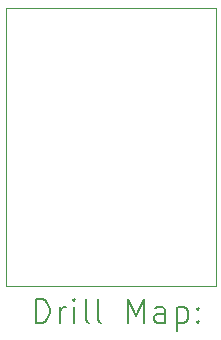
<source format=gbr>
%TF.GenerationSoftware,KiCad,Pcbnew,8.0.5*%
%TF.CreationDate,2025-01-13T21:43:44-08:00*%
%TF.ProjectId,hyperion,68797065-7269-46f6-9e2e-6b696361645f,rev?*%
%TF.SameCoordinates,Original*%
%TF.FileFunction,Drillmap*%
%TF.FilePolarity,Positive*%
%FSLAX45Y45*%
G04 Gerber Fmt 4.5, Leading zero omitted, Abs format (unit mm)*
G04 Created by KiCad (PCBNEW 8.0.5) date 2025-01-13 21:43:44*
%MOMM*%
%LPD*%
G01*
G04 APERTURE LIST*
%ADD10C,0.050000*%
%ADD11C,0.200000*%
G04 APERTURE END LIST*
D10*
X12700000Y-12700000D02*
X14478000Y-12700000D01*
X14478000Y-12700000D02*
X14478000Y-10350500D01*
X12700000Y-10350500D02*
X12700000Y-12700000D01*
X14478000Y-10350500D02*
X12700000Y-10350500D01*
D11*
X12958277Y-13013984D02*
X12958277Y-12813984D01*
X12958277Y-12813984D02*
X13005896Y-12813984D01*
X13005896Y-12813984D02*
X13034467Y-12823508D01*
X13034467Y-12823508D02*
X13053515Y-12842555D01*
X13053515Y-12842555D02*
X13063039Y-12861603D01*
X13063039Y-12861603D02*
X13072562Y-12899698D01*
X13072562Y-12899698D02*
X13072562Y-12928269D01*
X13072562Y-12928269D02*
X13063039Y-12966365D01*
X13063039Y-12966365D02*
X13053515Y-12985412D01*
X13053515Y-12985412D02*
X13034467Y-13004460D01*
X13034467Y-13004460D02*
X13005896Y-13013984D01*
X13005896Y-13013984D02*
X12958277Y-13013984D01*
X13158277Y-13013984D02*
X13158277Y-12880650D01*
X13158277Y-12918746D02*
X13167801Y-12899698D01*
X13167801Y-12899698D02*
X13177324Y-12890174D01*
X13177324Y-12890174D02*
X13196372Y-12880650D01*
X13196372Y-12880650D02*
X13215420Y-12880650D01*
X13282086Y-13013984D02*
X13282086Y-12880650D01*
X13282086Y-12813984D02*
X13272562Y-12823508D01*
X13272562Y-12823508D02*
X13282086Y-12833031D01*
X13282086Y-12833031D02*
X13291610Y-12823508D01*
X13291610Y-12823508D02*
X13282086Y-12813984D01*
X13282086Y-12813984D02*
X13282086Y-12833031D01*
X13405896Y-13013984D02*
X13386848Y-13004460D01*
X13386848Y-13004460D02*
X13377324Y-12985412D01*
X13377324Y-12985412D02*
X13377324Y-12813984D01*
X13510658Y-13013984D02*
X13491610Y-13004460D01*
X13491610Y-13004460D02*
X13482086Y-12985412D01*
X13482086Y-12985412D02*
X13482086Y-12813984D01*
X13739229Y-13013984D02*
X13739229Y-12813984D01*
X13739229Y-12813984D02*
X13805896Y-12956841D01*
X13805896Y-12956841D02*
X13872562Y-12813984D01*
X13872562Y-12813984D02*
X13872562Y-13013984D01*
X14053515Y-13013984D02*
X14053515Y-12909222D01*
X14053515Y-12909222D02*
X14043991Y-12890174D01*
X14043991Y-12890174D02*
X14024943Y-12880650D01*
X14024943Y-12880650D02*
X13986848Y-12880650D01*
X13986848Y-12880650D02*
X13967801Y-12890174D01*
X14053515Y-13004460D02*
X14034467Y-13013984D01*
X14034467Y-13013984D02*
X13986848Y-13013984D01*
X13986848Y-13013984D02*
X13967801Y-13004460D01*
X13967801Y-13004460D02*
X13958277Y-12985412D01*
X13958277Y-12985412D02*
X13958277Y-12966365D01*
X13958277Y-12966365D02*
X13967801Y-12947317D01*
X13967801Y-12947317D02*
X13986848Y-12937793D01*
X13986848Y-12937793D02*
X14034467Y-12937793D01*
X14034467Y-12937793D02*
X14053515Y-12928269D01*
X14148753Y-12880650D02*
X14148753Y-13080650D01*
X14148753Y-12890174D02*
X14167801Y-12880650D01*
X14167801Y-12880650D02*
X14205896Y-12880650D01*
X14205896Y-12880650D02*
X14224943Y-12890174D01*
X14224943Y-12890174D02*
X14234467Y-12899698D01*
X14234467Y-12899698D02*
X14243991Y-12918746D01*
X14243991Y-12918746D02*
X14243991Y-12975888D01*
X14243991Y-12975888D02*
X14234467Y-12994936D01*
X14234467Y-12994936D02*
X14224943Y-13004460D01*
X14224943Y-13004460D02*
X14205896Y-13013984D01*
X14205896Y-13013984D02*
X14167801Y-13013984D01*
X14167801Y-13013984D02*
X14148753Y-13004460D01*
X14329705Y-12994936D02*
X14339229Y-13004460D01*
X14339229Y-13004460D02*
X14329705Y-13013984D01*
X14329705Y-13013984D02*
X14320182Y-13004460D01*
X14320182Y-13004460D02*
X14329705Y-12994936D01*
X14329705Y-12994936D02*
X14329705Y-13013984D01*
X14329705Y-12890174D02*
X14339229Y-12899698D01*
X14339229Y-12899698D02*
X14329705Y-12909222D01*
X14329705Y-12909222D02*
X14320182Y-12899698D01*
X14320182Y-12899698D02*
X14329705Y-12890174D01*
X14329705Y-12890174D02*
X14329705Y-12909222D01*
M02*

</source>
